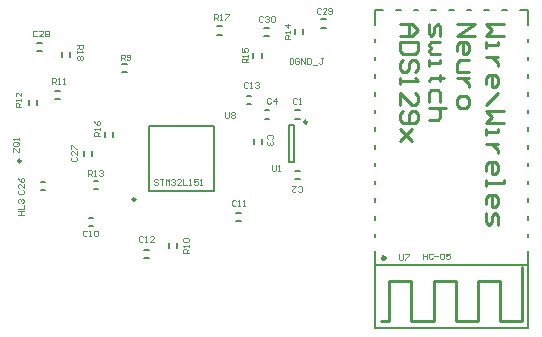
<source format=gbo>
G04 Layer_Color=8454143*
%FSLAX42Y42*%
%MOMM*%
G71*
G01*
G75*
%ADD30C,0.25*%
%ADD31C,0.20*%
%ADD47C,0.10*%
%ADD48C,0.25*%
%ADD51C,0.13*%
%ADD85C,0.38*%
D30*
X12110Y6035D02*
Y6485D01*
X11922Y6035D02*
X12110D01*
X11922D02*
Y6372D01*
X11735D02*
X11922D01*
X11735Y6035D02*
Y6372D01*
X11547Y6035D02*
X11735D01*
X11547D02*
Y6372D01*
X11360D02*
X11547D01*
X11360Y6035D02*
Y6372D01*
X11172Y6035D02*
X11360D01*
X11172D02*
Y6372D01*
X10985D02*
X11172D01*
X10985Y6035D02*
Y6372D01*
X10911Y6035D02*
X10985D01*
X11957Y8542D02*
X11804D01*
X11855Y8491D01*
X11804Y8441D01*
X11957D01*
X11804Y8390D02*
Y8339D01*
Y8364D01*
X11906D01*
Y8390D01*
Y8263D02*
X11804D01*
X11855D01*
X11880Y8237D01*
X11906Y8212D01*
Y8187D01*
X11804Y8034D02*
Y8085D01*
X11830Y8110D01*
X11880D01*
X11906Y8085D01*
Y8034D01*
X11880Y8009D01*
X11855D01*
Y8110D01*
X11804Y7857D02*
X11906Y7958D01*
X11957Y7806D02*
X11804D01*
X11855Y7755D01*
X11804Y7704D01*
X11957D01*
X11804Y7653D02*
Y7603D01*
Y7628D01*
X11906D01*
Y7653D01*
Y7526D02*
X11804D01*
X11855D01*
X11880Y7501D01*
X11906Y7476D01*
Y7450D01*
X11804Y7298D02*
Y7349D01*
X11830Y7374D01*
X11880D01*
X11906Y7349D01*
Y7298D01*
X11880Y7273D01*
X11855D01*
Y7374D01*
X11804Y7222D02*
Y7171D01*
Y7196D01*
X11957D01*
Y7222D01*
X11804Y7019D02*
Y7069D01*
X11830Y7095D01*
X11880D01*
X11906Y7069D01*
Y7019D01*
X11880Y6993D01*
X11855D01*
Y7095D01*
X11804Y6942D02*
Y6866D01*
X11830Y6841D01*
X11855Y6866D01*
Y6917D01*
X11880Y6942D01*
X11906Y6917D01*
Y6841D01*
X11560Y8542D02*
X11713D01*
X11560Y8441D01*
X11713D01*
X11560Y8314D02*
Y8364D01*
X11586Y8390D01*
X11637D01*
X11662Y8364D01*
Y8314D01*
X11637Y8288D01*
X11611D01*
Y8390D01*
X11662Y8237D02*
X11586D01*
X11560Y8212D01*
Y8136D01*
X11662D01*
Y8085D02*
X11560D01*
X11611D01*
X11637Y8060D01*
X11662Y8034D01*
Y8009D01*
X11560Y7907D02*
Y7857D01*
X11586Y7831D01*
X11637D01*
X11662Y7857D01*
Y7907D01*
X11637Y7933D01*
X11586D01*
X11560Y7907D01*
X11317Y8542D02*
Y8466D01*
X11342Y8441D01*
X11367Y8466D01*
Y8517D01*
X11393Y8542D01*
X11418Y8517D01*
Y8441D01*
Y8390D02*
X11342D01*
X11317Y8364D01*
X11342Y8339D01*
X11317Y8314D01*
X11342Y8288D01*
X11418D01*
X11317Y8237D02*
Y8187D01*
Y8212D01*
X11418D01*
Y8237D01*
X11444Y8085D02*
X11418D01*
Y8110D01*
Y8060D01*
Y8085D01*
X11342D01*
X11317Y8060D01*
X11418Y7882D02*
Y7958D01*
X11393Y7983D01*
X11342D01*
X11317Y7958D01*
Y7882D01*
X11469Y7831D02*
X11317D01*
X11393D01*
X11418Y7806D01*
Y7755D01*
X11393Y7730D01*
X11317D01*
X11073Y8542D02*
X11174D01*
X11225Y8491D01*
X11174Y8441D01*
X11073D01*
X11149D01*
Y8542D01*
X11225Y8390D02*
X11073D01*
Y8314D01*
X11098Y8288D01*
X11200D01*
X11225Y8314D01*
Y8390D01*
X11200Y8136D02*
X11225Y8161D01*
Y8212D01*
X11200Y8237D01*
X11174D01*
X11149Y8212D01*
Y8161D01*
X11124Y8136D01*
X11098D01*
X11073Y8161D01*
Y8212D01*
X11098Y8237D01*
X11073Y8085D02*
Y8034D01*
Y8060D01*
X11225D01*
X11200Y8085D01*
X11073Y7857D02*
Y7958D01*
X11174Y7857D01*
X11200D01*
X11225Y7882D01*
Y7933D01*
X11200Y7958D01*
X11098Y7806D02*
X11073Y7780D01*
Y7730D01*
X11098Y7704D01*
X11200D01*
X11225Y7730D01*
Y7780D01*
X11200Y7806D01*
X11174D01*
X11149Y7780D01*
Y7704D01*
X11174Y7653D02*
X11073Y7552D01*
X11124Y7603D01*
X11174Y7552D01*
X11073Y7653D01*
D31*
X10132Y7380D02*
Y7690D01*
X10182Y7380D02*
Y7690D01*
X10132Y7380D02*
X10182D01*
X10132Y7690D02*
X10182D01*
X8953Y7130D02*
Y7680D01*
X9503Y7130D02*
Y7680D01*
X8953Y7130D02*
X9503D01*
X8953Y7680D02*
X9503D01*
X10188Y7815D02*
X10228D01*
X10188Y7745D02*
X10228D01*
X10190Y7232D02*
X10230D01*
X10190Y7303D02*
X10230D01*
X9840Y7532D02*
Y7572D01*
X9910Y7532D02*
Y7572D01*
X9930Y7745D02*
X9970D01*
X9930Y7815D02*
X9970D01*
X8440Y6905D02*
X8480D01*
X8440Y6835D02*
X8480D01*
X9690Y6875D02*
X9730D01*
X9690Y6945D02*
X9730D01*
X8910Y6562D02*
X8950D01*
X8910Y6632D02*
X8950D01*
X9778Y7940D02*
X9818D01*
X9778Y7870D02*
X9818D01*
X8032Y7140D02*
X8072D01*
X8032Y7210D02*
X8072D01*
X8470Y7428D02*
Y7468D01*
X8400Y7428D02*
Y7468D01*
X8005Y8318D02*
X8045D01*
X8005Y8388D02*
X8045D01*
X8722Y8205D02*
X8762D01*
X8722Y8135D02*
X8762D01*
X9188Y6653D02*
Y6693D01*
X9118Y6653D02*
Y6693D01*
X8155Y7982D02*
X8195D01*
X8155Y7912D02*
X8195D01*
X7935Y7862D02*
Y7903D01*
X8005Y7862D02*
Y7903D01*
X8482Y7215D02*
X8522D01*
X8482Y7145D02*
X8522D01*
X8647Y7588D02*
Y7628D01*
X8578Y7588D02*
Y7628D01*
X10410Y8585D02*
X10450D01*
X10410Y8515D02*
X10450D01*
X9925D02*
X9965D01*
X9925Y8445D02*
X9965D01*
X10255Y8460D02*
Y8500D01*
X10185Y8460D02*
Y8500D01*
X9905Y8260D02*
Y8300D01*
X9835Y8300D02*
X9835Y8260D01*
X9530Y8525D02*
X9570D01*
X9530Y8455D02*
X9570D01*
X8215Y8270D02*
Y8310D01*
X8285Y8270D02*
Y8310D01*
D47*
X9023Y7222D02*
X9015Y7230D01*
X8998D01*
X8990Y7222D01*
Y7213D01*
X8998Y7205D01*
X9015D01*
X9023Y7197D01*
Y7188D01*
X9015Y7180D01*
X8998D01*
X8990Y7188D01*
X9040Y7230D02*
X9073D01*
X9057D01*
Y7180D01*
X9090D02*
Y7230D01*
X9107Y7213D01*
X9123Y7230D01*
Y7180D01*
X9140Y7222D02*
X9148Y7230D01*
X9165D01*
X9173Y7222D01*
Y7213D01*
X9165Y7205D01*
X9157D01*
X9165D01*
X9173Y7197D01*
Y7188D01*
X9165Y7180D01*
X9148D01*
X9140Y7188D01*
X9223Y7180D02*
X9190D01*
X9223Y7213D01*
Y7222D01*
X9215Y7230D01*
X9198D01*
X9190Y7222D01*
X9240Y7230D02*
Y7180D01*
X9273D01*
X9290D02*
X9307D01*
X9298D01*
Y7230D01*
X9290Y7222D01*
X9365Y7230D02*
X9332D01*
Y7205D01*
X9348Y7213D01*
X9357D01*
X9365Y7205D01*
Y7188D01*
X9357Y7180D01*
X9340D01*
X9332Y7188D01*
X9382Y7180D02*
X9398D01*
X9390D01*
Y7230D01*
X9382Y7222D01*
X11268Y6602D02*
Y6553D01*
Y6577D01*
X11301D01*
Y6602D01*
Y6553D01*
X11351Y6594D02*
X11342Y6602D01*
X11326D01*
X11317Y6594D01*
Y6561D01*
X11326Y6553D01*
X11342D01*
X11351Y6561D01*
X11367Y6577D02*
X11401D01*
X11417Y6594D02*
X11426Y6602D01*
X11442D01*
X11451Y6594D01*
Y6561D01*
X11442Y6553D01*
X11426D01*
X11417Y6561D01*
Y6594D01*
X11501Y6602D02*
X11467D01*
Y6577D01*
X11484Y6586D01*
X11492D01*
X11501Y6577D01*
Y6561D01*
X11492Y6553D01*
X11476D01*
X11467Y6561D01*
X11070Y6600D02*
Y6558D01*
X11078Y6550D01*
X11095D01*
X11103Y6558D01*
Y6600D01*
X11120D02*
X11153D01*
Y6592D01*
X11120Y6558D01*
Y6550D01*
X10201Y7907D02*
X10192Y7915D01*
X10176D01*
X10168Y7907D01*
Y7873D01*
X10176Y7865D01*
X10192D01*
X10201Y7873D01*
X10217Y7865D02*
X10234D01*
X10226D01*
Y7915D01*
X10217Y7907D01*
X10214Y7131D02*
X10223Y7123D01*
X10239D01*
X10247Y7131D01*
Y7164D01*
X10239Y7172D01*
X10223D01*
X10214Y7164D01*
X10164Y7172D02*
X10198D01*
X10164Y7139D01*
Y7131D01*
X10173Y7123D01*
X10189D01*
X10198Y7131D01*
X9989Y7569D02*
X9997Y7578D01*
Y7594D01*
X9989Y7603D01*
X9956D01*
X9947Y7594D01*
Y7578D01*
X9956Y7569D01*
X9989Y7553D02*
X9997Y7544D01*
Y7528D01*
X9989Y7519D01*
X9981D01*
X9972Y7528D01*
Y7536D01*
Y7528D01*
X9964Y7519D01*
X9956D01*
X9947Y7528D01*
Y7544D01*
X9956Y7553D01*
X9986Y7914D02*
X9977Y7922D01*
X9961D01*
X9953Y7914D01*
Y7881D01*
X9961Y7872D01*
X9977D01*
X9986Y7881D01*
X10027Y7872D02*
Y7922D01*
X10002Y7897D01*
X10036D01*
X8428Y6789D02*
X8420Y6797D01*
X8403D01*
X8395Y6789D01*
Y6756D01*
X8403Y6747D01*
X8420D01*
X8428Y6756D01*
X8445Y6747D02*
X8462D01*
X8453D01*
Y6797D01*
X8445Y6789D01*
X8487D02*
X8495Y6797D01*
X8512D01*
X8520Y6789D01*
Y6756D01*
X8512Y6747D01*
X8495D01*
X8487Y6756D01*
Y6789D01*
X9691Y7047D02*
X9682Y7055D01*
X9666D01*
X9657Y7047D01*
Y7013D01*
X9666Y7005D01*
X9682D01*
X9691Y7013D01*
X9707Y7005D02*
X9724D01*
X9716D01*
Y7055D01*
X9707Y7047D01*
X9749Y7005D02*
X9766D01*
X9757D01*
Y7055D01*
X9749Y7047D01*
X8901Y6739D02*
X8892Y6747D01*
X8876D01*
X8868Y6739D01*
Y6706D01*
X8876Y6697D01*
X8892D01*
X8901Y6706D01*
X8917Y6697D02*
X8934D01*
X8926D01*
Y6747D01*
X8917Y6739D01*
X8992Y6697D02*
X8959D01*
X8992Y6731D01*
Y6739D01*
X8984Y6747D01*
X8967D01*
X8959Y6739D01*
X9791Y8044D02*
X9782Y8052D01*
X9766D01*
X9757Y8044D01*
Y8011D01*
X9766Y8003D01*
X9782D01*
X9791Y8011D01*
X9807Y8003D02*
X9824D01*
X9816D01*
Y8052D01*
X9807Y8044D01*
X9849D02*
X9857Y8052D01*
X9874D01*
X9882Y8044D01*
Y8036D01*
X9874Y8027D01*
X9866D01*
X9874D01*
X9882Y8019D01*
Y8011D01*
X9874Y8003D01*
X9857D01*
X9849Y8011D01*
X7848Y7141D02*
X7840Y7132D01*
Y7116D01*
X7848Y7107D01*
X7882D01*
X7890Y7116D01*
Y7132D01*
X7882Y7141D01*
X7890Y7191D02*
Y7157D01*
X7857Y7191D01*
X7848D01*
X7840Y7182D01*
Y7166D01*
X7848Y7157D01*
X7840Y7241D02*
X7848Y7224D01*
X7865Y7207D01*
X7882D01*
X7890Y7216D01*
Y7232D01*
X7882Y7241D01*
X7873D01*
X7865Y7232D01*
Y7207D01*
X8301Y7418D02*
X8293Y7410D01*
Y7393D01*
X8301Y7385D01*
X8334D01*
X8343Y7393D01*
Y7410D01*
X8334Y7418D01*
X8343Y7468D02*
Y7435D01*
X8309Y7468D01*
X8301D01*
X8293Y7460D01*
Y7443D01*
X8301Y7435D01*
X8293Y7485D02*
Y7518D01*
X8301D01*
X8334Y7485D01*
X8343D01*
X8003Y8482D02*
X7995Y8490D01*
X7978D01*
X7970Y8482D01*
Y8448D01*
X7978Y8440D01*
X7995D01*
X8003Y8448D01*
X8053Y8440D02*
X8020D01*
X8053Y8473D01*
Y8482D01*
X8045Y8490D01*
X8028D01*
X8020Y8482D01*
X8070D02*
X8078Y8490D01*
X8095D01*
X8103Y8482D01*
Y8473D01*
X8095Y8465D01*
X8103Y8457D01*
Y8448D01*
X8095Y8440D01*
X8078D01*
X8070Y8448D01*
Y8457D01*
X8078Y8465D01*
X8070Y8473D01*
Y8482D01*
X8078Y8465D02*
X8095D01*
X10140Y8260D02*
Y8210D01*
X10165D01*
X10173Y8218D01*
Y8252D01*
X10165Y8260D01*
X10140D01*
X10223Y8252D02*
X10215Y8260D01*
X10198D01*
X10190Y8252D01*
Y8218D01*
X10198Y8210D01*
X10215D01*
X10223Y8218D01*
Y8235D01*
X10207D01*
X10240Y8210D02*
Y8260D01*
X10273Y8210D01*
Y8260D01*
X10290D02*
Y8210D01*
X10315D01*
X10323Y8218D01*
Y8252D01*
X10315Y8260D01*
X10290D01*
X10340Y8202D02*
X10373D01*
X10423Y8260D02*
X10407D01*
X10415D01*
Y8218D01*
X10407Y8210D01*
X10398D01*
X10390Y8218D01*
X7838Y6930D02*
X7888D01*
X7863D01*
Y6963D01*
X7838D01*
X7888D01*
X7838Y6980D02*
X7888D01*
Y7013D01*
X7846Y7030D02*
X7838Y7038D01*
Y7055D01*
X7846Y7063D01*
X7854D01*
X7863Y7055D01*
Y7047D01*
Y7055D01*
X7871Y7063D01*
X7879D01*
X7888Y7055D01*
Y7038D01*
X7879Y7030D01*
X8710Y8238D02*
Y8287D01*
X8735D01*
X8743Y8279D01*
Y8262D01*
X8735Y8254D01*
X8710D01*
X8727D02*
X8743Y8238D01*
X8760Y8246D02*
X8768Y8238D01*
X8785D01*
X8793Y8246D01*
Y8279D01*
X8785Y8287D01*
X8768D01*
X8760Y8279D01*
Y8271D01*
X8768Y8262D01*
X8793D01*
X9288Y6610D02*
X9238D01*
Y6635D01*
X9246Y6643D01*
X9263D01*
X9271Y6635D01*
Y6610D01*
Y6627D02*
X9288Y6643D01*
Y6660D02*
Y6677D01*
Y6668D01*
X9238D01*
X9246Y6660D01*
Y6702D02*
X9238Y6710D01*
Y6727D01*
X9246Y6735D01*
X9279D01*
X9288Y6727D01*
Y6710D01*
X9279Y6702D01*
X9246D01*
X8130Y8040D02*
Y8090D01*
X8155D01*
X8163Y8082D01*
Y8065D01*
X8155Y8057D01*
X8130D01*
X8147D02*
X8163Y8040D01*
X8180D02*
X8197D01*
X8188D01*
Y8090D01*
X8180Y8082D01*
X8222Y8040D02*
X8238D01*
X8230D01*
Y8090D01*
X8222Y8082D01*
X7870Y7840D02*
X7820D01*
Y7865D01*
X7828Y7873D01*
X7845D01*
X7853Y7865D01*
Y7840D01*
Y7857D02*
X7870Y7873D01*
Y7890D02*
Y7907D01*
Y7898D01*
X7820D01*
X7828Y7890D01*
X7870Y7965D02*
Y7932D01*
X7837Y7965D01*
X7828D01*
X7820Y7957D01*
Y7940D01*
X7828Y7932D01*
X8438Y7257D02*
Y7307D01*
X8462D01*
X8471Y7299D01*
Y7282D01*
X8462Y7274D01*
X8438D01*
X8454D02*
X8471Y7257D01*
X8487D02*
X8504D01*
X8496D01*
Y7307D01*
X8487Y7299D01*
X8529D02*
X8537Y7307D01*
X8554D01*
X8562Y7299D01*
Y7291D01*
X8554Y7282D01*
X8546D01*
X8554D01*
X8562Y7274D01*
Y7266D01*
X8554Y7257D01*
X8537D01*
X8529Y7266D01*
X8532Y7597D02*
X8483D01*
Y7622D01*
X8491Y7631D01*
X8508D01*
X8516Y7622D01*
Y7597D01*
Y7614D02*
X8532Y7631D01*
Y7647D02*
Y7664D01*
Y7656D01*
X8483D01*
X8491Y7647D01*
X8483Y7722D02*
X8491Y7706D01*
X8508Y7689D01*
X8524D01*
X8532Y7697D01*
Y7714D01*
X8524Y7722D01*
X8516D01*
X8508Y7714D01*
Y7689D01*
X9990Y7355D02*
Y7313D01*
X9998Y7305D01*
X10015D01*
X10023Y7313D01*
Y7355D01*
X10040Y7305D02*
X10057D01*
X10048D01*
Y7355D01*
X10040Y7347D01*
X9595Y7800D02*
Y7758D01*
X9603Y7750D01*
X9620D01*
X9628Y7758D01*
Y7800D01*
X9645Y7792D02*
X9653Y7800D01*
X9670D01*
X9678Y7792D01*
Y7783D01*
X9670Y7775D01*
X9678Y7767D01*
Y7758D01*
X9670Y7750D01*
X9653D01*
X9645Y7758D01*
Y7767D01*
X9653Y7775D01*
X9645Y7783D01*
Y7792D01*
X9653Y7775D02*
X9670D01*
X7803Y7465D02*
Y7498D01*
X7811D01*
X7844Y7465D01*
X7853D01*
Y7498D01*
X7844Y7548D02*
X7811D01*
X7803Y7540D01*
Y7523D01*
X7811Y7515D01*
X7844D01*
X7853Y7523D01*
Y7540D01*
X7836Y7532D02*
X7853Y7548D01*
Y7540D02*
X7844Y7548D01*
X7853Y7565D02*
Y7582D01*
Y7573D01*
X7803D01*
X7811Y7565D01*
X10403Y8672D02*
X10395Y8680D01*
X10378D01*
X10370Y8672D01*
Y8638D01*
X10378Y8630D01*
X10395D01*
X10403Y8638D01*
X10453Y8630D02*
X10420D01*
X10453Y8663D01*
Y8672D01*
X10445Y8680D01*
X10428D01*
X10420Y8672D01*
X10470Y8638D02*
X10478Y8630D01*
X10495D01*
X10503Y8638D01*
Y8672D01*
X10495Y8680D01*
X10478D01*
X10470Y8672D01*
Y8663D01*
X10478Y8655D01*
X10503D01*
X9913Y8602D02*
X9905Y8610D01*
X9888D01*
X9880Y8602D01*
Y8568D01*
X9888Y8560D01*
X9905D01*
X9913Y8568D01*
X9930Y8602D02*
X9938Y8610D01*
X9955D01*
X9963Y8602D01*
Y8593D01*
X9955Y8585D01*
X9947D01*
X9955D01*
X9963Y8577D01*
Y8568D01*
X9955Y8560D01*
X9938D01*
X9930Y8568D01*
X9980Y8602D02*
X9988Y8610D01*
X10005D01*
X10013Y8602D01*
Y8568D01*
X10005Y8560D01*
X9988D01*
X9980Y8568D01*
Y8602D01*
X10147Y8422D02*
X10098D01*
Y8447D01*
X10106Y8456D01*
X10123D01*
X10131Y8447D01*
Y8422D01*
Y8439D02*
X10147Y8456D01*
Y8472D02*
Y8489D01*
Y8481D01*
X10098D01*
X10106Y8472D01*
X10147Y8539D02*
X10098D01*
X10123Y8514D01*
Y8547D01*
X9790Y8220D02*
X9740D01*
Y8245D01*
X9748Y8253D01*
X9765D01*
X9773Y8245D01*
Y8220D01*
Y8237D02*
X9790Y8253D01*
Y8270D02*
Y8287D01*
Y8278D01*
X9740D01*
X9748Y8270D01*
X9740Y8345D02*
Y8312D01*
X9765D01*
X9757Y8328D01*
Y8337D01*
X9765Y8345D01*
X9782D01*
X9790Y8337D01*
Y8320D01*
X9782Y8312D01*
X9500Y8580D02*
Y8630D01*
X9525D01*
X9533Y8622D01*
Y8605D01*
X9525Y8597D01*
X9500D01*
X9517D02*
X9533Y8580D01*
X9550D02*
X9567D01*
X9558D01*
Y8630D01*
X9550Y8622D01*
X9592Y8630D02*
X9625D01*
Y8622D01*
X9592Y8588D01*
Y8580D01*
X8340Y8365D02*
X8390D01*
Y8340D01*
X8382Y8332D01*
X8365D01*
X8357Y8340D01*
Y8365D01*
Y8348D02*
X8340Y8332D01*
Y8315D02*
Y8298D01*
Y8307D01*
X8390D01*
X8382Y8315D01*
Y8273D02*
X8390Y8265D01*
Y8248D01*
X8382Y8240D01*
X8373D01*
X8365Y8248D01*
X8357Y8240D01*
X8348D01*
X8340Y8248D01*
Y8265D01*
X8348Y8273D01*
X8357D01*
X8365Y8265D01*
X8373Y8273D01*
X8382D01*
X8365Y8265D02*
Y8248D01*
D48*
X7866Y7385D02*
G03*
X7866Y7385I-12J0D01*
G01*
X10290Y7715D02*
G03*
X10290Y7715I-12J0D01*
G01*
X8835Y7060D02*
G03*
X8835Y7060I-12J0D01*
G01*
D51*
X10860Y5970D02*
X12160D01*
Y6501D01*
X10860Y5970D02*
Y6501D01*
X12160D01*
X12090Y8660D02*
X12160D01*
Y8540D02*
Y8660D01*
Y8390D02*
X12160Y8420D01*
X12160Y8270D02*
X12160Y8240D01*
X12160Y8090D02*
Y8120D01*
Y7970D02*
X12160Y7940D01*
X12160Y7790D02*
X12160Y7820D01*
X12160Y7670D02*
X12160Y7640D01*
X12160Y7490D02*
Y7520D01*
Y7340D02*
X12160Y7370D01*
X12160Y7190D02*
Y7220D01*
Y7040D02*
X12160Y7070D01*
X12160Y6920D02*
X12160Y6890D01*
X12160Y6740D02*
Y6770D01*
Y6620D02*
X12160Y6501D01*
X10860D02*
X10860Y6620D01*
Y6740D02*
Y6770D01*
X10860Y6890D02*
X10860Y6920D01*
X10860Y7070D02*
X10860Y7040D01*
Y7190D02*
Y7220D01*
X10860Y7370D02*
X10860Y7340D01*
Y7490D02*
Y7520D01*
X10860Y7640D02*
X10860Y7670D01*
X10860Y7820D02*
X10860Y7790D01*
X10860Y7940D02*
X10860Y7970D01*
Y8090D02*
Y8120D01*
X10860Y8240D02*
X10860Y8270D01*
X10860Y8420D02*
X10860Y8390D01*
Y8540D02*
Y8660D01*
X10930D01*
X11040D02*
X11080D01*
X11190D02*
X11230D01*
X11340D02*
X11380D01*
X11490D02*
X11530D01*
X11640D02*
X11680D01*
X11790D02*
X11830D01*
X11940D02*
X11980D01*
D85*
X10951Y6564D02*
G03*
X10951Y6564I-13J0D01*
G01*
M02*

</source>
